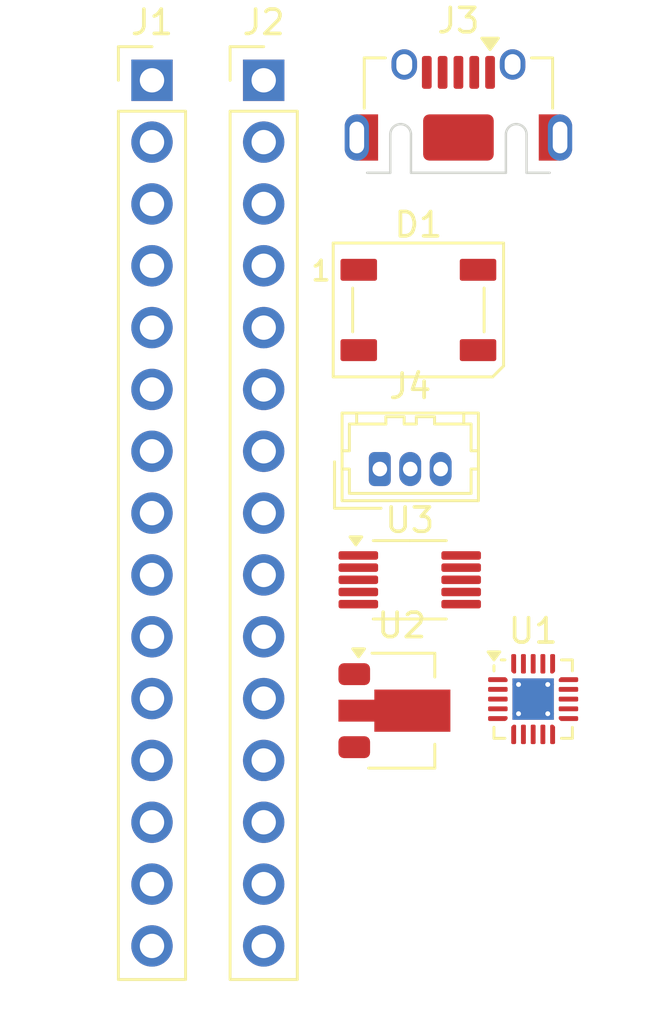
<source format=kicad_pcb>
(kicad_pcb (version 20241229) (generator "pcbnew") (generator_version "9.0")
  (layers (0 "F.Cu" signal) (2 "B.Cu" signal) (13 "F.Paste" user) (15 "B.Paste" user) (5 "F.SilkS" user "F.Silkscreen") (7 "B.SilkS" user "B.Silkscreen") (1 "F.Mask" user) (3 "B.Mask" user) (25 "Edge.Cuts" user))
  (net 0 "")
  (net 1 "Net-(D1-DOUT)")
  (net 2 "+5V")
  (net 3 "Net-(D1-DIN)")
  (net 4 "GND")
  (net 22 "VIN")
  (net 34 "Net-(J3-D-)")
  (net 36 "Net-(J3-D+)")
  (net 54 "+3V3")
  (footprint "Connector_PinHeader_2.54mm:PinHeader_1x15_P2.54mm_Vertical" (layer "F.Cu") (at 180.54 61.13)
    (property "Reference" "J1" (at 0 -2.38 0) (layer "F.SilkS"))
    (property "Value" "Conn_01x15_Pin")
    (fp_line (start -1.38 -1.38) (end 0 -1.38) (stroke (width 0.12)) (layer "F.SilkS"))
    (fp_line (start -1.38 0) (end -1.38 -1.38) (stroke (width 0.12)) (layer "F.SilkS"))
    (fp_line (start -1.38 1.27) (end -1.38 36.94) (stroke (width 0.12)) (layer "F.SilkS"))
    (fp_line (start -1.38 1.27) (end 1.38 1.27) (stroke (width 0.12)) (layer "F.SilkS"))
    (fp_line (start -1.38 36.94) (end 1.38 36.94) (stroke (width 0.12)) (layer "F.SilkS"))
    (fp_line (start 1.38 1.27) (end 1.38 36.94) (stroke (width 0.12)) (layer "F.SilkS"))
    (pad "1" thru_hole rect (at 0 0) (size 1.7 1.7) (drill 1) (layers "*.Cu" "*.Mask"))
    (pad "2" thru_hole circle (at 0 2.54) (size 1.7 1.7) (drill 1) (layers "*.Cu" "*.Mask"))
    (pad "3" thru_hole circle (at 0 5.08) (size 1.7 1.7) (drill 1) (layers "*.Cu" "*.Mask"))
    (pad "4" thru_hole circle (at 0 7.62) (size 1.7 1.7) (drill 1) (layers "*.Cu" "*.Mask"))
    (pad "5" thru_hole circle (at 0 10.16) (size 1.7 1.7) (drill 1) (layers "*.Cu" "*.Mask"))
    (pad "6" thru_hole circle (at 0 12.7) (size 1.7 1.7) (drill 1) (layers "*.Cu" "*.Mask"))
    (pad "7" thru_hole circle (at 0 15.24) (size 1.7 1.7) (drill 1) (layers "*.Cu" "*.Mask"))
    (pad "8" thru_hole circle (at 0 17.78) (size 1.7 1.7) (drill 1) (layers "*.Cu" "*.Mask"))
    (pad "9" thru_hole circle (at 0 20.32) (size 1.7 1.7) (drill 1) (layers "*.Cu" "*.Mask"))
    (pad "10" thru_hole circle (at 0 22.86) (size 1.7 1.7) (drill 1) (layers "*.Cu" "*.Mask"))
    (pad "11" thru_hole circle (at 0 25.4) (size 1.7 1.7) (drill 1) (layers "*.Cu" "*.Mask"))
    (pad "12" thru_hole circle (at 0 27.94) (size 1.7 1.7) (drill 1) (layers "*.Cu" "*.Mask"))
    (pad "13" thru_hole circle (at 0 30.48) (size 1.7 1.7) (drill 1) (layers "*.Cu" "*.Mask"))
    (pad "14" thru_hole circle (at 0 33.02) (size 1.7 1.7) (drill 1) (layers "*.Cu" "*.Mask"))
    (pad "15" thru_hole circle (at 0 35.56) (size 1.7 1.7) (drill 1) (layers "*.Cu" "*.Mask"))
  )
  (footprint "Package_DFN_QFN:VQFN-20-1EP_3x3mm_P0.4mm_EP1.7x1.7mm_ThermalVias" (layer "F.Cu") (at 196.2 86.55)
    (property "Reference" "U1" (at 0 -2.8 0) (layer "F.SilkS"))
    (property "Value" "ATtiny1616-M")
    (fp_line (start -1.61 -1.16) (end -1.61 -1.37) (stroke (width 0.12)) (layer "F.SilkS"))
    (fp_line (start -1.61 1.61) (end -1.61 1.16) (stroke (width 0.12)) (layer "F.SilkS"))
    (fp_line (start -1.16 -1.61) (end -1.31 -1.61) (stroke (width 0.12)) (layer "F.SilkS"))
    (fp_line (start -1.16 1.61) (end -1.61 1.61) (stroke (width 0.12)) (layer "F.SilkS"))
    (fp_line (start 1.16 -1.61) (end 1.61 -1.61) (stroke (width 0.12)) (layer "F.SilkS"))
    (fp_line (start 1.16 1.61) (end 1.61 1.61) (stroke (width 0.12)) (layer "F.SilkS"))
    (fp_line (start 1.61 -1.61) (end 1.61 -1.16) (stroke (width 0.12)) (layer "F.SilkS"))
    (fp_line (start 1.61 1.61) (end 1.61 1.16) (stroke (width 0.12)) (layer "F.SilkS"))
    (fp_poly (pts (xy -1.61 -1.61) (xy -1.85 -1.94) (xy -1.37 -1.94)) (stroke (width 0.12)) (fill yes) (layer "F.SilkS"))
    (pad "1" smd custom (at -1.45 -0.8) (size 0.143431 0.143431) (layers "F.Cu" "F.Mask" "F.Paste") (options (clearance outline) (anchor circle)) (primitives (gr_poly (pts (xy -0.35 -0.05) (xy 0.299289 -0.05) (xy 0.35 0.000711) (xy 0.35 0.05) (xy -0.35 0.05)) (width 0.1) (fill yes))))
    (pad "2" smd roundrect (at -1.45 -0.4) (size 0.8 0.2) (layers "F.Cu" "F.Mask" "F.Paste"))
    (pad "3" smd roundrect (at -1.45 0) (size 0.8 0.2) (layers "F.Cu" "F.Mask" "F.Paste") (net 4 "GND"))
    (pad "4" smd roundrect (at -1.45 0.4) (size 0.8 0.2) (layers "F.Cu" "F.Mask" "F.Paste") (net 2 "+5V"))
    (pad "5" smd custom (at -1.45 0.8) (size 0.143431 0.143431) (layers "F.Cu" "F.Mask" "F.Paste") (options (clearance outline) (anchor circle)) (primitives (gr_poly (pts (xy -0.35 -0.05) (xy 0.35 -0.05) (xy 0.35 -0.000711) (xy 0.299289 0.05) (xy -0.35 0.05)) (width 0.1) (fill yes))))
    (pad "6" smd custom (at -0.8 1.45) (size 0.143431 0.143431) (layers "F.Cu" "F.Mask" "F.Paste") (options (clearance outline) (anchor circle)) (primitives (gr_poly (pts (xy -0.05 -0.299289) (xy 0.000711 -0.35) (xy 0.05 -0.35) (xy 0.05 0.35) (xy -0.05 0.35)) (width 0.1) (fill yes))))
    (pad "7" smd roundrect (at -0.4 1.45) (size 0.2 0.8) (layers "F.Cu" "F.Mask" "F.Paste"))
    (pad "8" smd roundrect (at 0 1.45) (size 0.2 0.8) (layers "F.Cu" "F.Mask" "F.Paste") (net 3 "Net-(D1-DIN)"))
    (pad "9" smd roundrect (at 0.4 1.45) (size 0.2 0.8) (layers "F.Cu" "F.Mask" "F.Paste"))
    (pad "10" smd custom (at 0.8 1.45) (size 0.143431 0.143431) (layers "F.Cu" "F.Mask" "F.Paste") (options (clearance outline) (anchor circle)) (primitives (gr_poly (pts (xy -0.05 -0.35) (xy -0.000711 -0.35) (xy 0.05 -0.299289) (xy 0.05 0.35) (xy -0.05 0.35)) (width 0.1) (fill yes))))
    (pad "11" smd custom (at 1.45 0.8) (size 0.143431 0.143431) (layers "F.Cu" "F.Mask" "F.Paste") (options (clearance outline) (anchor circle)) (primitives (gr_poly (pts (xy -0.35 -0.05) (xy 0.35 -0.05) (xy 0.35 0.05) (xy -0.299289 0.05) (xy -0.35 -0.000711)) (width 0.1) (fill yes))))
    (pad "12" smd roundrect (at 1.45 0.4) (size 0.8 0.2) (layers "F.Cu" "F.Mask" "F.Paste"))
    (pad "13" smd roundrect (at 1.45 0) (size 0.8 0.2) (layers "F.Cu" "F.Mask" "F.Paste"))
    (pad "14" smd roundrect (at 1.45 -0.4) (size 0.8 0.2) (layers "F.Cu" "F.Mask" "F.Paste"))
    (pad "15" smd custom (at 1.45 -0.8) (size 0.143431 0.143431) (layers "F.Cu" "F.Mask" "F.Paste") (options (clearance outline) (anchor circle)) (primitives (gr_poly (pts (xy -0.35 0.000711) (xy -0.299289 -0.05) (xy 0.35 -0.05) (xy 0.35 0.05) (xy -0.35 0.05)) (width 0.1) (fill yes))))
    (pad "16" smd custom (at 0.8 -1.45) (size 0.143431 0.143431) (layers "F.Cu" "F.Mask" "F.Paste") (options (clearance outline) (anchor circle)) (primitives (gr_poly (pts (xy -0.05 -0.35) (xy 0.05 -0.35) (xy 0.05 0.299289) (xy -0.000711 0.35) (xy -0.05 0.35)) (width 0.1) (fill yes))))
    (pad "17" smd roundrect (at 0.4 -1.45) (size 0.2 0.8) (layers "F.Cu" "F.Mask" "F.Paste"))
    (pad "18" smd roundrect (at 0 -1.45) (size 0.2 0.8) (layers "F.Cu" "F.Mask" "F.Paste"))
    (pad "19" smd roundrect (at -0.4 -1.45) (size 0.2 0.8) (layers "F.Cu" "F.Mask" "F.Paste"))
    (pad "20" smd custom (at -0.8 -1.45) (size 0.143431 0.143431) (layers "F.Cu" "F.Mask" "F.Paste") (options (clearance outline) (anchor circle)) (primitives (gr_poly (pts (xy -0.05 -0.35) (xy 0.05 -0.35) (xy 0.05 0.35) (xy 0.000711 0.35) (xy -0.05 0.299289)) (width 0.1) (fill yes))))
    (pad "21" thru_hole circle (at -0.6 -0.6) (size 0.5 0.5) (drill 0.2) (property pad_prop_heatsink) (layers "*.Cu") (net 4 "GND"))
    (pad "21" thru_hole circle (at -0.6 0.6) (size 0.5 0.5) (drill 0.2) (property pad_prop_heatsink) (layers "*.Cu") (net 4 "GND"))
    (pad "21" smd rect (at 0 0) (size 1.7 1.7) (property pad_prop_heatsink) (layers "F.Cu" "F.Mask") (net 4 "GND"))
    (pad "21" smd rect (at 0 0) (size 1.7 1.7) (property pad_prop_heatsink) (layers "B.Cu") (net 4 "GND"))
    (pad "21" thru_hole circle (at 0.6 -0.6) (size 0.5 0.5) (drill 0.2) (property pad_prop_heatsink) (layers "*.Cu") (net 4 "GND"))
    (pad "21" thru_hole circle (at 0.6 0.6) (size 0.5 0.5) (drill 0.2) (property pad_prop_heatsink) (layers "*.Cu") (net 4 "GND"))
  )
  (footprint "Connector_PinHeader_2.54mm:PinHeader_1x15_P2.54mm_Vertical" (layer "F.Cu") (at 185.13 61.13)
    (property "Reference" "J2" (at 0 -2.38 0) (layer "F.SilkS"))
    (property "Value" "Conn_01x15_Pin")
    (fp_line (start -1.38 -1.38) (end 0 -1.38) (stroke (width 0.12)) (layer "F.SilkS"))
    (fp_line (start -1.38 0) (end -1.38 -1.38) (stroke (width 0.12)) (layer "F.SilkS"))
    (fp_line (start -1.38 1.27) (end -1.38 36.94) (stroke (width 0.12)) (layer "F.SilkS"))
    (fp_line (start -1.38 1.27) (end 1.38 1.27) (stroke (width 0.12)) (layer "F.SilkS"))
    (fp_line (start -1.38 36.94) (end 1.38 36.94) (stroke (width 0.12)) (layer "F.SilkS"))
    (fp_line (start 1.38 1.27) (end 1.38 36.94) (stroke (width 0.12)) (layer "F.SilkS"))
    (pad "1" thru_hole rect (at 0 0) (size 1.7 1.7) (drill 1) (layers "*.Cu" "*.Mask") (net 22 "VIN"))
    (pad "2" thru_hole circle (at 0 2.54) (size 1.7 1.7) (drill 1) (layers "*.Cu" "*.Mask"))
    (pad "3" thru_hole circle (at 0 5.08) (size 1.7 1.7) (drill 1) (layers "*.Cu" "*.Mask"))
    (pad "4" thru_hole circle (at 0 7.62) (size 1.7 1.7) (drill 1) (layers "*.Cu" "*.Mask") (net 2 "+5V"))
    (pad "5" thru_hole circle (at 0 10.16) (size 1.7 1.7) (drill 1) (layers "*.Cu" "*.Mask"))
    (pad "6" thru_hole circle (at 0 12.7) (size 1.7 1.7) (drill 1) (layers "*.Cu" "*.Mask"))
    (pad "7" thru_hole circle (at 0 15.24) (size 1.7 1.7) (drill 1) (layers "*.Cu" "*.Mask"))
    (pad "8" thru_hole circle (at 0 17.78) (size 1.7 1.7) (drill 1) (layers "*.Cu" "*.Mask"))
    (pad "9" thru_hole circle (at 0 20.32) (size 1.7 1.7) (drill 1) (layers "*.Cu" "*.Mask"))
    (pad "10" thru_hole circle (at 0 22.86) (size 1.7 1.7) (drill 1) (layers "*.Cu" "*.Mask"))
    (pad "11" thru_hole circle (at 0 25.4) (size 1.7 1.7) (drill 1) (layers "*.Cu" "*.Mask"))
    (pad "12" thru_hole circle (at 0 27.94) (size 1.7 1.7) (drill 1) (layers "*.Cu" "*.Mask"))
    (pad "13" thru_hole circle (at 0 30.48) (size 1.7 1.7) (drill 1) (layers "*.Cu" "*.Mask"))
    (pad "14" thru_hole circle (at 0 33.02) (size 1.7 1.7) (drill 1) (layers "*.Cu" "*.Mask"))
    (pad "15" thru_hole circle (at 0 35.56) (size 1.7 1.7) (drill 1) (layers "*.Cu" "*.Mask"))
  )
  (footprint "Package_SO:MSOP-10_3x3mm_P0.5mm" (layer "F.Cu") (at 191.13 81.65)
    (property "Reference" "U3" (at 0 -2.45 0) (layer "F.SilkS"))
    (property "Value" "CH340E")
    (fp_line (start 0 -1.61) (end -1.5 -1.61) (stroke (width 0.12)) (layer "F.SilkS"))
    (fp_line (start 0 -1.61) (end 1.5 -1.61) (stroke (width 0.12)) (layer "F.SilkS"))
    (fp_line (start 0 1.61) (end -1.5 1.61) (stroke (width 0.12)) (layer "F.SilkS"))
    (fp_line (start 0 1.61) (end 1.5 1.61) (stroke (width 0.12)) (layer "F.SilkS"))
    (fp_poly (pts (xy -2.2125 -1.435) (xy -2.4525 -1.765) (xy -1.9725 -1.765)) (stroke (width 0.12)) (fill yes) (layer "F.SilkS"))
    (pad "1" smd roundrect (at -2.1125 -1) (size 1.625 0.35) (layers "F.Cu" "F.Mask" "F.Paste") (net 36 "Net-(J3-D+)"))
    (pad "2" smd roundrect (at -2.1125 -0.5) (size 1.625 0.35) (layers "F.Cu" "F.Mask" "F.Paste") (net 34 "Net-(J3-D-)"))
    (pad "3" smd roundrect (at -2.1125 0) (size 1.625 0.35) (layers "F.Cu" "F.Mask" "F.Paste") (net 4 "GND"))
    (pad "4" smd roundrect (at -2.1125 0.5) (size 1.625 0.35) (layers "F.Cu" "F.Mask" "F.Paste"))
    (pad "5" smd roundrect (at -2.1125 1) (size 1.625 0.35) (layers "F.Cu" "F.Mask" "F.Paste"))
    (pad "6" smd roundrect (at 2.1125 1) (size 1.625 0.35) (layers "F.Cu" "F.Mask" "F.Paste"))
    (pad "7" smd roundrect (at 2.1125 0.5) (size 1.625 0.35) (layers "F.Cu" "F.Mask" "F.Paste") (net 2 "+5V"))
    (pad "8" smd roundrect (at 2.1125 0) (size 1.625 0.35) (layers "F.Cu" "F.Mask" "F.Paste"))
    (pad "9" smd roundrect (at 2.1125 -0.5) (size 1.625 0.35) (layers "F.Cu" "F.Mask" "F.Paste"))
    (pad "10" smd roundrect (at 2.1125 -1) (size 1.625 0.35) (layers "F.Cu" "F.Mask" "F.Paste") (net 54 "+3V3"))
  )
  (footprint "Connector_Hirose:Hirose_DF13-03P-1.25DSA_1x03_P1.25mm_Vertical" (layer "F.Cu") (at 189.9 77.1)
    (property "Reference" "J4" (at 1.25 -3.4 0) (layer "F.SilkS"))
    (property "Value" "Conn_01x03_Pin")
    (fp_line (start -1.86 -0.3) (end -1.86 1.61) (stroke (width 0.12)) (layer "F.SilkS"))
    (fp_line (start -1.86 1.61) (end 0.05 1.61) (stroke (width 0.12)) (layer "F.SilkS"))
    (fp_line (start -1.55 -2.3) (end -1.55 1.3) (stroke (width 0.12)) (layer "F.SilkS"))
    (fp_line (start -1.55 -0.75) (end -1.25 -0.75) (stroke (width 0.12)) (layer "F.SilkS"))
    (fp_line (start -1.55 0) (end -1.25 0) (stroke (width 0.12)) (layer "F.SilkS"))
    (fp_line (start -1.55 1.3) (end 4.05 1.3) (stroke (width 0.12)) (layer "F.SilkS"))
    (fp_line (start -1.25 -1.85) (end -0.95 -1.85) (stroke (width 0.12)) (layer "F.SilkS"))
    (fp_line (start -1.25 -0.75) (end -1.25 -1.85) (stroke (width 0.12)) (layer "F.SilkS"))
    (fp_line (start -1.25 0) (end -1.25 1) (stroke (width 0.12)) (layer "F.SilkS"))
    (fp_line (start -1.25 1) (end 3.75 1) (stroke (width 0.12)) (layer "F.SilkS"))
    (fp_line (start -0.95 -1.85) (end -0.95 -2.3) (stroke (width 0.12)) (layer "F.SilkS"))
    (fp_line (start -0.95 -1.85) (end 0.25 -1.85) (stroke (width 0.12)) (layer "F.SilkS"))
    (fp_line (start 0.25 -2.15) (end 1 -2.15) (stroke (width 0.12)) (layer "F.SilkS"))
    (fp_line (start 0.25 -1.85) (end 0.25 -2.15) (stroke (width 0.12)) (layer "F.SilkS"))
    (fp_line (start 1 -2.15) (end 1 -1.85) (stroke (width 0.12)) (layer "F.SilkS"))
    (fp_line (start 1 -1.85) (end 1.5 -1.85) (stroke (width 0.12)) (layer "F.SilkS"))
    (fp_line (start 1.5 -2.15) (end 2.25 -2.15) (stroke (width 0.12)) (layer "F.SilkS"))
    (fp_line (start 1.5 -1.85) (end 1.5 -2.15) (stroke (width 0.12)) (layer "F.SilkS"))
    (fp_line (start 2.25 -2.15) (end 2.25 -1.85) (stroke (width 0.12)) (layer "F.SilkS"))
    (fp_line (start 2.25 -1.85) (end 3.45 -1.85) (stroke (width 0.12)) (layer "F.SilkS"))
    (fp_line (start 3.45 -1.85) (end 3.45 -2.3) (stroke (width 0.12)) (layer "F.SilkS"))
    (fp_line (start 3.75 -1.85) (end 3.45 -1.85) (stroke (width 0.12)) (layer "F.SilkS"))
    (fp_line (start 3.75 -0.75) (end 3.75 -1.85) (stroke (width 0.12)) (layer "F.SilkS"))
    (fp_line (start 3.75 0) (end 4.05 0) (stroke (width 0.12)) (layer "F.SilkS"))
    (fp_line (start 3.75 1) (end 3.75 0) (stroke (width 0.12)) (layer "F.SilkS"))
    (fp_line (start 4.05 -2.3) (end -1.55 -2.3) (stroke (width 0.12)) (layer "F.SilkS"))
    (fp_line (start 4.05 -0.75) (end 3.75 -0.75) (stroke (width 0.12)) (layer "F.SilkS"))
    (fp_line (start 4.05 1.3) (end 4.05 -2.3) (stroke (width 0.12)) (layer "F.SilkS"))
    (pad "1" thru_hole roundrect (at 0 0) (size 0.9 1.4) (drill 0.6) (layers "*.Cu" "*.Mask") (net 4 "GND"))
    (pad "2" thru_hole oval (at 1.25 0) (size 0.9 1.4) (drill 0.6) (layers "*.Cu" "*.Mask") (net 1 "Net-(D1-DOUT)"))
    (pad "3" thru_hole oval (at 2.5 0) (size 0.9 1.4) (drill 0.6) (layers "*.Cu" "*.Mask") (net 2 "+5V"))
  )
  (footprint "LED_SMD:LED_WS2812B_PLCC4_5.0x5.0mm_P3.2mm" (layer "F.Cu") (at 191.485 70.565)
    (property "Reference" "D1" (at 0 -3.5 0) (layer "F.SilkS"))
    (property "Value" "WS2812B")
    (fp_line (start -3.5 -2.75) (end -3.5 2.75) (stroke (width 0.12)) (layer "F.SilkS"))
    (fp_line (start -3.5 -2.75) (end 3.5 -2.75) (stroke (width 0.12)) (layer "F.SilkS"))
    (fp_line (start -3.5 2.75) (end 3.05 2.75) (stroke (width 0.12)) (layer "F.SilkS"))
    (fp_line (start -2.7 0.9) (end -2.7 -0.9) (stroke (width 0.12)) (layer "F.SilkS"))
    (fp_line (start 2.7 0.9) (end 2.7 -0.9) (stroke (width 0.12)) (layer "F.SilkS"))
    (fp_line (start 3.05 2.75) (end 3.5 2.3) (stroke (width 0.12)) (layer "F.SilkS"))
    (fp_line (start 3.5 2.3) (end 3.5 -2.75) (stroke (width 0.12)) (layer "F.SilkS"))
    (fp_text user "1" (at -4 -1.6 0) (layer "F.SilkS") (effects (font (size 0.8 0.8))))
    (pad "1" smd roundrect (at -2.45 -1.65) (size 1.5 0.9) (layers "F.Cu" "F.Mask" "F.Paste") (roundrect_rratio 0.1) (net 2 "+5V"))
    (pad "2" smd roundrect (at -2.45 1.65) (size 1.5 0.9) (layers "F.Cu" "F.Mask" "F.Paste") (roundrect_rratio 0.1) (net 1 "Net-(D1-DOUT)"))
    (pad "3" smd roundrect (at 2.45 1.65) (size 1.5 0.9) (layers "F.Cu" "F.Mask" "F.Paste") (roundrect_rratio 0.1) (net 4 "GND"))
    (pad "4" smd roundrect (at 2.45 -1.65) (size 1.5 0.9) (layers "F.Cu" "F.Mask" "F.Paste") (roundrect_rratio 0.1) (net 3 "Net-(D1-DIN)"))
  )
  (footprint "Connector_USB:USB_Micro-AB_Molex_47590-0001" (layer "F.Cu") (at 193.13 63.83)
    (property "Reference" "J3" (at 0 -5.15 180) (layer "F.SilkS"))
    (property "Value" "USB_B_Micro")
    (fp_line (start -3.87 -3.62) (end -3.87 -1.55) (stroke (width 0.12)) (layer "F.SilkS"))
    (fp_line (start -3.87 -3.62) (end -3 -3.62) (stroke (width 0.12)) (layer "F.SilkS"))
    (fp_line (start 3 -3.62) (end 3.87 -3.62) (stroke (width 0.12)) (layer "F.SilkS"))
    (fp_line (start 3.87 -3.62) (end 3.87 -1.55) (stroke (width 0.12)) (layer "F.SilkS"))
    (fp_poly (pts (xy 1.3 -3.96) (xy 0.96 -4.43) (xy 1.64 -4.43) (xy 1.3 -3.96)) (stroke (width 0.12)) (fill yes) (layer "F.SilkS"))
    (fp_line (start -3.75 1.1) (end -2.8 1.1) (stroke (width 0.1)) (layer "Edge.Cuts"))
    (fp_line (start -2.8 -0.475) (end -2.8 1.1) (stroke (width 0.1)) (layer "Edge.Cuts"))
    (fp_line (start -1.95 -0.475) (end -1.95 1.1) (stroke (width 0.1)) (layer "Edge.Cuts"))
    (fp_line (start -1.95 1.1) (end 1.95 1.1) (stroke (width 0.1)) (layer "Edge.Cuts"))
    (fp_line (start 1.95 -0.475) (end 1.95 1.1) (stroke (width 0.1)) (layer "Edge.Cuts"))
    (fp_line (start 2.8 -0.475) (end 2.8 1.1) (stroke (width 0.1)) (layer "Edge.Cuts"))
    (fp_line (start 2.8 1.1) (end 3.75 1.1) (stroke (width 0.1)) (layer "Edge.Cuts"))
    (fp_arc (start -2.8 -0.475) (mid -2.375 -0.9) (end -1.95 -0.475) (stroke (width 0.1)) (layer "Edge.Cuts"))
    (fp_arc (start 1.95 -0.475) (mid 2.375 -0.9) (end 2.8 -0.475) (stroke (width 0.1)) (layer "Edge.Cuts"))
    (pad "1" smd roundrect (at 1.3 -3.025) (size 0.4 1.35) (layers "F.Cu" "F.Mask" "F.Paste") (net 2 "+5V"))
    (pad "2" smd roundrect (at 0.65 -3.025) (size 0.4 1.35) (layers "F.Cu" "F.Mask" "F.Paste") (net 34 "Net-(J3-D-)"))
    (pad "3" smd roundrect (at 0 -3.025) (size 0.4 1.35) (layers "F.Cu" "F.Mask" "F.Paste") (net 36 "Net-(J3-D+)"))
    (pad "4" smd roundrect (at -0.65 -3.025) (size 0.4 1.35) (layers "F.Cu" "F.Mask" "F.Paste"))
    (pad "5" smd roundrect (at -1.3 -3.025) (size 0.4 1.35) (layers "F.Cu" "F.Mask" "F.Paste") (net 4 "GND"))
    (pad "6" thru_hole oval (at -4.175 -0.35) (size 1 1.9) (drill oval 0.6 1.3) (property pad_prop_heatsink) (layers "*.Cu" "*.Mask") (net 4 "GND"))
    (pad "6" smd rect (at -3.7375 -0.35) (size 0.875 1.9) (layers "F.Cu" "F.Mask") (net 4 "GND"))
    (pad "6" thru_hole oval (at -2.225 -3.35) (size 1.05 1.25) (drill oval 0.65 0.85) (property pad_prop_heatsink) (layers "*.Cu" "*.Mask") (net 4 "GND"))
    (pad "6" smd roundrect (at 0 -0.35) (size 2.9 1.9) (layers "F.Cu" "F.Mask" "F.Paste") (roundrect_rratio 0.1315789474) (net 4 "GND"))
    (pad "6" thru_hole oval (at 2.225 -3.35) (size 1.05 1.25) (drill oval 0.65 0.85) (property pad_prop_heatsink) (layers "*.Cu" "*.Mask") (net 4 "GND"))
    (pad "6" smd rect (at 3.7375 -0.35) (size 0.875 1.9) (layers "F.Cu" "F.Mask") (net 4 "GND"))
    (pad "6" thru_hole oval (at 4.175 -0.35) (size 1 1.9) (drill oval 0.6 1.3) (property pad_prop_heatsink) (layers "*.Cu" "*.Mask") (net 4 "GND"))
  )
  (footprint "Package_TO_SOT_SMD:SOT-89-3" (layer "F.Cu") (at 190.8 87.025)
    (property "Reference" "U2" (at 0 -3.5 0) (layer "F.SilkS"))
    (property "Value" "L78L05_SOT89")
    (fp_line (start -1.22 -2.36) (end 1.36 -2.36) (stroke (width 0.12)) (layer "F.SilkS"))
    (fp_line (start 1.36 -1.38) (end 1.36 -2.36) (stroke (width 0.12)) (layer "F.SilkS"))
    (fp_line (start 1.36 1.38) (end 1.36 2.36) (stroke (width 0.12)) (layer "F.SilkS"))
    (fp_line (start 1.36 2.36) (end -1.36 2.36) (stroke (width 0.12)) (layer "F.SilkS"))
    (fp_poly (pts (xy -1.77 -2.21) (xy -2.01 -2.54) (xy -1.53 -2.54) (xy -1.77 -2.21)) (stroke (width 0.12)) (fill yes) (layer "F.SilkS"))
    (pad "1" smd roundrect (at -1.95 -1.5) (size 1.3 0.9) (layers "F.Cu" "F.Mask" "F.Paste") (net 2 "+5V"))
    (pad "2" smd custom (at -1.8625 0) (size 1.475 0.9) (layers "F.Cu" "F.Mask" "F.Paste") (net 4 "GND") (options (clearance outline) (anchor rect)) (primitives (gr_poly (pts (xy 3.8625 0.8665) (xy 0.7375 0.8665) (xy 0.7375 -0.8665) (xy 3.8625 -0.8665)) (width 0) (fill yes))))
    (pad "3" smd roundrect (at -1.95 1.5) (size 1.3 0.9) (layers "F.Cu" "F.Mask" "F.Paste") (net 22 "VIN"))
  )
)
</source>
